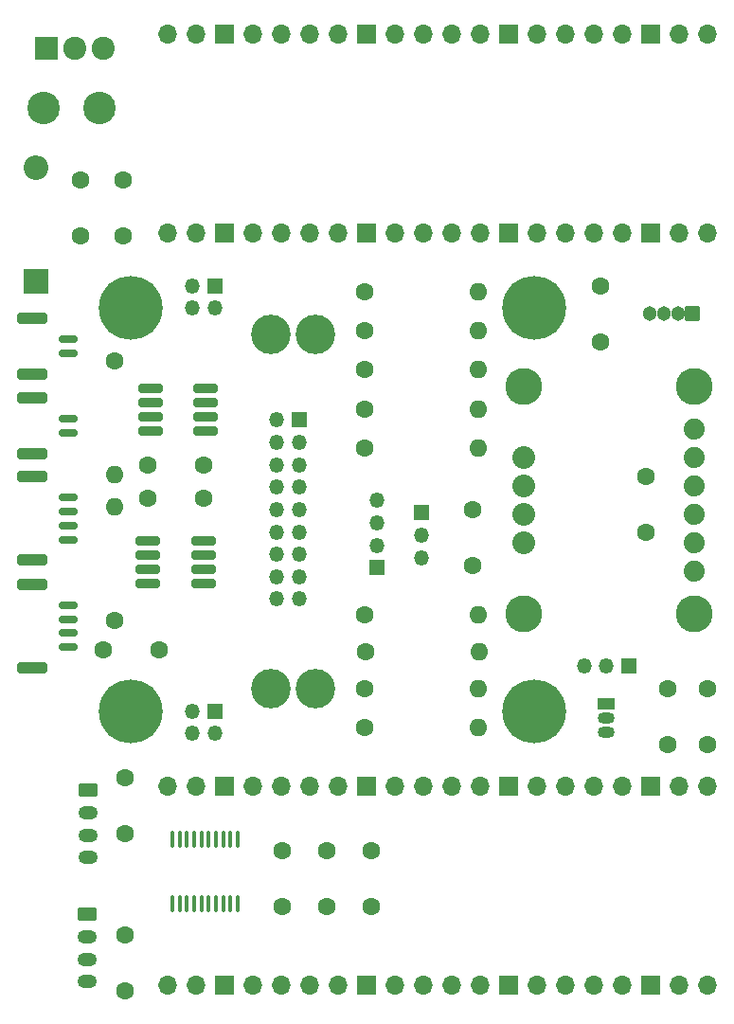
<source format=gbr>
%TF.GenerationSoftware,KiCad,Pcbnew,7.0.7*%
%TF.CreationDate,2024-02-01T11:26:11-05:00*%
%TF.ProjectId,ROSE-PILK_v1,524f5345-2d50-4494-9c4b-5f76312e6b69,rev?*%
%TF.SameCoordinates,Original*%
%TF.FileFunction,Soldermask,Top*%
%TF.FilePolarity,Negative*%
%FSLAX46Y46*%
G04 Gerber Fmt 4.6, Leading zero omitted, Abs format (unit mm)*
G04 Created by KiCad (PCBNEW 7.0.7) date 2024-02-01 11:26:11*
%MOMM*%
%LPD*%
G01*
G04 APERTURE LIST*
G04 Aperture macros list*
%AMRoundRect*
0 Rectangle with rounded corners*
0 $1 Rounding radius*
0 $2 $3 $4 $5 $6 $7 $8 $9 X,Y pos of 4 corners*
0 Add a 4 corners polygon primitive as box body*
4,1,4,$2,$3,$4,$5,$6,$7,$8,$9,$2,$3,0*
0 Add four circle primitives for the rounded corners*
1,1,$1+$1,$2,$3*
1,1,$1+$1,$4,$5*
1,1,$1+$1,$6,$7*
1,1,$1+$1,$8,$9*
0 Add four rect primitives between the rounded corners*
20,1,$1+$1,$2,$3,$4,$5,0*
20,1,$1+$1,$4,$5,$6,$7,0*
20,1,$1+$1,$6,$7,$8,$9,0*
20,1,$1+$1,$8,$9,$2,$3,0*%
G04 Aperture macros list end*
%ADD10RoundRect,0.250000X-0.625000X0.350000X-0.625000X-0.350000X0.625000X-0.350000X0.625000X0.350000X0*%
%ADD11O,1.750000X1.200000*%
%ADD12R,1.350000X1.350000*%
%ADD13O,1.350000X1.350000*%
%ADD14C,1.600000*%
%ADD15C,1.879600*%
%ADD16C,2.032000*%
%ADD17C,3.301600*%
%ADD18RoundRect,0.102000X-0.930000X-0.930000X0.930000X-0.930000X0.930000X0.930000X-0.930000X0.930000X0*%
%ADD19C,2.064000*%
%ADD20R,2.200000X2.200000*%
%ADD21O,2.200000X2.200000*%
%ADD22C,2.904000*%
%ADD23C,3.524000*%
%ADD24RoundRect,0.144000X0.943000X0.258000X-0.943000X0.258000X-0.943000X-0.258000X0.943000X-0.258000X0*%
%ADD25C,5.700000*%
%ADD26O,1.600000X1.600000*%
%ADD27O,1.700000X1.700000*%
%ADD28R,1.700000X1.700000*%
%ADD29RoundRect,0.102000X0.550000X0.550000X-0.550000X0.550000X-0.550000X-0.550000X0.550000X-0.550000X0*%
%ADD30C,1.304000*%
%ADD31RoundRect,0.100000X-0.100000X0.637500X-0.100000X-0.637500X0.100000X-0.637500X0.100000X0.637500X0*%
%ADD32RoundRect,0.150000X-0.700000X0.150000X-0.700000X-0.150000X0.700000X-0.150000X0.700000X0.150000X0*%
%ADD33RoundRect,0.250000X-1.100000X0.250000X-1.100000X-0.250000X1.100000X-0.250000X1.100000X0.250000X0*%
%ADD34R,1.500000X1.050000*%
%ADD35O,1.500000X1.050000*%
G04 APERTURE END LIST*
D10*
%TO.C,J7*%
X155100000Y-136200000D03*
D11*
X155100000Y-138200000D03*
X155100000Y-140200000D03*
X155100000Y-142200000D03*
%TD*%
D12*
%TO.C,J13*%
X166500000Y-118000000D03*
D13*
X164500000Y-118000000D03*
X166500000Y-120000000D03*
X164500000Y-120000000D03*
%TD*%
D14*
%TO.C,CAN2*%
X160500000Y-99000000D03*
X165500000Y-99000000D03*
%TD*%
%TO.C,JETSON1V8*%
X176500000Y-135500000D03*
X176500000Y-130500000D03*
%TD*%
D15*
%TO.C,IMU*%
X209307500Y-105537500D03*
D16*
X194067501Y-102997500D03*
D15*
X209307501Y-102997500D03*
D16*
X194067501Y-100457500D03*
D15*
X209307501Y-100457500D03*
D16*
X194067501Y-97917500D03*
D15*
X209307501Y-97917500D03*
D16*
X194067501Y-95377500D03*
D15*
X209307501Y-95377500D03*
X209307501Y-92837500D03*
D17*
X194067501Y-109347500D03*
X209307501Y-109347500D03*
X194067501Y-89027500D03*
X209307501Y-89027500D03*
%TD*%
D18*
%TO.C,Q1*%
X151420000Y-58800000D03*
D19*
X153960000Y-58800000D03*
X156500000Y-58800000D03*
%TD*%
D20*
%TO.C,D17*%
X150500000Y-79580000D03*
D21*
X150500000Y-69420000D03*
%TD*%
D22*
%TO.C,U4*%
X156200000Y-64100000D03*
X151200000Y-64100000D03*
%TD*%
D23*
%TO.C,SW2*%
X171500000Y-116000000D03*
X175500000Y-116000000D03*
%TD*%
D24*
%TO.C,U7*%
X165470000Y-106605000D03*
X165470000Y-105335000D03*
X165470000Y-104065000D03*
X165470000Y-102795000D03*
X160530000Y-102795000D03*
X160530000Y-104065000D03*
X160530000Y-105335000D03*
X160530000Y-106605000D03*
%TD*%
D14*
%TO.C,CAN1*%
X160500000Y-96000000D03*
X165500000Y-96000000D03*
%TD*%
D25*
%TO.C,REF\u002A\u002A*%
X159000000Y-118000000D03*
%TD*%
D14*
%TO.C,R33*%
X157500000Y-109880000D03*
D26*
X157500000Y-99720000D03*
%TD*%
D12*
%TO.C,J1*%
X181000000Y-105200000D03*
D13*
X181000000Y-103200000D03*
X181000000Y-101200000D03*
X181000000Y-99200000D03*
%TD*%
D14*
%TO.C,IMUC13*%
X205000000Y-102000000D03*
X205000000Y-97000000D03*
%TD*%
D27*
%TO.C,U6*%
X210500000Y-124720000D03*
X207960000Y-124720000D03*
D28*
X205420000Y-124720000D03*
D27*
X202880000Y-124720000D03*
X200340000Y-124720000D03*
X197800000Y-124720000D03*
X195260000Y-124720000D03*
D28*
X192720000Y-124720000D03*
D27*
X190180000Y-124720000D03*
X187640000Y-124720000D03*
X185100000Y-124720000D03*
X182560000Y-124720000D03*
D28*
X180020000Y-124720000D03*
D27*
X177480000Y-124720000D03*
X174940000Y-124720000D03*
X172400000Y-124720000D03*
X169860000Y-124720000D03*
D28*
X167320000Y-124720000D03*
D27*
X164780000Y-124720000D03*
X162240000Y-124720000D03*
X162240000Y-142500000D03*
X164780000Y-142500000D03*
D28*
X167320000Y-142500000D03*
D27*
X169860000Y-142500000D03*
X172400000Y-142500000D03*
X174940000Y-142500000D03*
X177480000Y-142500000D03*
D28*
X180020000Y-142500000D03*
D27*
X182560000Y-142500000D03*
X185100000Y-142500000D03*
X187640000Y-142500000D03*
X190180000Y-142500000D03*
D28*
X192720000Y-142500000D03*
D27*
X195260000Y-142500000D03*
X197800000Y-142500000D03*
X200340000Y-142500000D03*
X202880000Y-142500000D03*
D28*
X205420000Y-142500000D03*
D27*
X207960000Y-142500000D03*
X210500000Y-142500000D03*
%TD*%
D14*
%TO.C,C3*%
X158300000Y-75500000D03*
X158300000Y-70500000D03*
%TD*%
D27*
%TO.C,U1*%
X210500000Y-57500000D03*
X207960000Y-57500000D03*
D28*
X205420000Y-57500000D03*
D27*
X202880000Y-57500000D03*
X200340000Y-57500000D03*
X197800000Y-57500000D03*
X195260000Y-57500000D03*
D28*
X192720000Y-57500000D03*
D27*
X190180000Y-57500000D03*
X187640000Y-57500000D03*
X185100000Y-57500000D03*
X182560000Y-57500000D03*
D28*
X180020000Y-57500000D03*
D27*
X177480000Y-57500000D03*
X174940000Y-57500000D03*
X172400000Y-57500000D03*
X169860000Y-57500000D03*
D28*
X167320000Y-57500000D03*
D27*
X164780000Y-57500000D03*
X162240000Y-57500000D03*
X162240000Y-75280000D03*
X164780000Y-75280000D03*
D28*
X167320000Y-75280000D03*
D27*
X169860000Y-75280000D03*
X172400000Y-75280000D03*
X174940000Y-75280000D03*
X177480000Y-75280000D03*
D28*
X180020000Y-75280000D03*
D27*
X182560000Y-75280000D03*
X185100000Y-75280000D03*
X187640000Y-75280000D03*
X190180000Y-75280000D03*
D28*
X192720000Y-75280000D03*
D27*
X195260000Y-75280000D03*
X197800000Y-75280000D03*
X200340000Y-75280000D03*
X202880000Y-75280000D03*
D28*
X205420000Y-75280000D03*
D27*
X207960000Y-75280000D03*
X210500000Y-75280000D03*
%TD*%
D14*
%TO.C,PICOU1*%
X201000000Y-85000000D03*
X201000000Y-80000000D03*
%TD*%
D29*
%TO.C,D16*%
X209170000Y-82500000D03*
D30*
X207900000Y-82500000D03*
X206630000Y-82500000D03*
X205360000Y-82500000D03*
%TD*%
D31*
%TO.C,U2*%
X168550000Y-129475000D03*
X167900000Y-129475000D03*
X167250000Y-129475000D03*
X166600000Y-129475000D03*
X165950000Y-129475000D03*
X165300000Y-129475000D03*
X164650000Y-129475000D03*
X164000000Y-129475000D03*
X163350000Y-129475000D03*
X162700000Y-129475000D03*
X162700000Y-135200000D03*
X163350000Y-135200000D03*
X164000000Y-135200000D03*
X164650000Y-135200000D03*
X165300000Y-135200000D03*
X165950000Y-135200000D03*
X166600000Y-135200000D03*
X167250000Y-135200000D03*
X167900000Y-135200000D03*
X168550000Y-135200000D03*
%TD*%
D14*
%TO.C,C2*%
X154500000Y-75500000D03*
X154500000Y-70500000D03*
%TD*%
D32*
%TO.C,J6*%
X153400000Y-98925000D03*
X153400000Y-100175000D03*
X153400000Y-101425000D03*
X153400000Y-102675000D03*
D33*
X150200000Y-97075000D03*
X150200000Y-104525000D03*
%TD*%
D14*
%TO.C,R5*%
X179920000Y-80500000D03*
D26*
X190080000Y-80500000D03*
%TD*%
D14*
%TO.C,QUAD2*%
X158500000Y-138000000D03*
X158500000Y-143000000D03*
%TD*%
%TO.C,R30*%
X179920000Y-94500000D03*
D26*
X190080000Y-94500000D03*
%TD*%
D32*
%TO.C,J5*%
X153400000Y-91875000D03*
X153400000Y-93125000D03*
D33*
X150200000Y-90025000D03*
X150200000Y-94975000D03*
%TD*%
D14*
%TO.C,R1*%
X179920000Y-109400000D03*
D26*
X190080000Y-109400000D03*
%TD*%
D12*
%TO.C,J10*%
X174000000Y-92000000D03*
D13*
X172000000Y-92000000D03*
X174000000Y-94000000D03*
X172000000Y-94000000D03*
X174000000Y-96000000D03*
X172000000Y-96000000D03*
X174000000Y-98000000D03*
X172000000Y-98000000D03*
X174000000Y-100000000D03*
X172000000Y-100000000D03*
X174000000Y-102000000D03*
X172000000Y-102000000D03*
X174000000Y-104000000D03*
X172000000Y-104000000D03*
X174000000Y-106000000D03*
X172000000Y-106000000D03*
X174000000Y-108000000D03*
X172000000Y-108000000D03*
%TD*%
D32*
%TO.C,J4*%
X153400000Y-108550000D03*
X153400000Y-109800000D03*
X153400000Y-111050000D03*
X153400000Y-112300000D03*
D33*
X150200000Y-106700000D03*
X150200000Y-114150000D03*
%TD*%
D14*
%TO.C,JETSON3V3*%
X172500000Y-135500000D03*
X172500000Y-130500000D03*
%TD*%
D32*
%TO.C,J3*%
X153400000Y-84775000D03*
X153400000Y-86025000D03*
D33*
X150200000Y-82925000D03*
X150200000Y-87875000D03*
%TD*%
D14*
%TO.C,JETSONGND1*%
X180500000Y-135500000D03*
X180500000Y-130500000D03*
%TD*%
%TO.C,R10*%
X179920000Y-91000000D03*
D26*
X190080000Y-91000000D03*
%TD*%
D12*
%TO.C,J2*%
X203500000Y-114000000D03*
D13*
X201500000Y-114000000D03*
X199500000Y-114000000D03*
%TD*%
D10*
%TO.C,J11*%
X155150000Y-125100000D03*
D11*
X155150000Y-127100000D03*
X155150000Y-129100000D03*
X155150000Y-131100000D03*
%TD*%
D14*
%TO.C,R31*%
X179920000Y-119500000D03*
D26*
X190080000Y-119500000D03*
%TD*%
D14*
%TO.C,R2*%
X179940000Y-112700000D03*
D26*
X190100000Y-112700000D03*
%TD*%
D14*
%TO.C,SERVO1*%
X189500000Y-105000000D03*
X189500000Y-100000000D03*
%TD*%
D12*
%TO.C,J9*%
X185000000Y-100300000D03*
D13*
X185000000Y-102300000D03*
X185000000Y-104300000D03*
%TD*%
D25*
%TO.C,MountingHole3*%
X195000000Y-82000000D03*
%TD*%
%TO.C,MountingHole2*%
X195000000Y-118000000D03*
%TD*%
D34*
%TO.C,Q3*%
X201440000Y-117330000D03*
D35*
X201440000Y-118600000D03*
X201440000Y-119870000D03*
%TD*%
D14*
%TO.C,PICOU6*%
X207000000Y-116000000D03*
X207000000Y-121000000D03*
%TD*%
D25*
%TO.C,MountingHole1*%
X159000000Y-82000000D03*
%TD*%
D14*
%TO.C,R20*%
X179920000Y-87500000D03*
D26*
X190080000Y-87500000D03*
%TD*%
D24*
%TO.C,U5*%
X165670000Y-93005000D03*
X165670000Y-91735000D03*
X165670000Y-90465000D03*
X165670000Y-89195000D03*
X160730000Y-89195000D03*
X160730000Y-90465000D03*
X160730000Y-91735000D03*
X160730000Y-93005000D03*
%TD*%
D14*
%TO.C,R32*%
X157500000Y-86740000D03*
D26*
X157500000Y-96900000D03*
%TD*%
D23*
%TO.C,SW1*%
X171500000Y-84300000D03*
X175500000Y-84300000D03*
%TD*%
D14*
%TO.C,R3*%
X179920000Y-116000000D03*
D26*
X190080000Y-116000000D03*
%TD*%
D12*
%TO.C,J12*%
X166500000Y-80000000D03*
D13*
X164500000Y-80000000D03*
X166500000Y-82000000D03*
X164500000Y-82000000D03*
%TD*%
D14*
%TO.C,R4*%
X179920000Y-84000000D03*
D26*
X190080000Y-84000000D03*
%TD*%
D14*
%TO.C,DR16*%
X210500000Y-121000000D03*
X210500000Y-116000000D03*
%TD*%
%TO.C,5VCAP1*%
X156500000Y-112500000D03*
X161500000Y-112500000D03*
%TD*%
%TO.C,QUAD1*%
X158500000Y-124000000D03*
X158500000Y-129000000D03*
%TD*%
M02*

</source>
